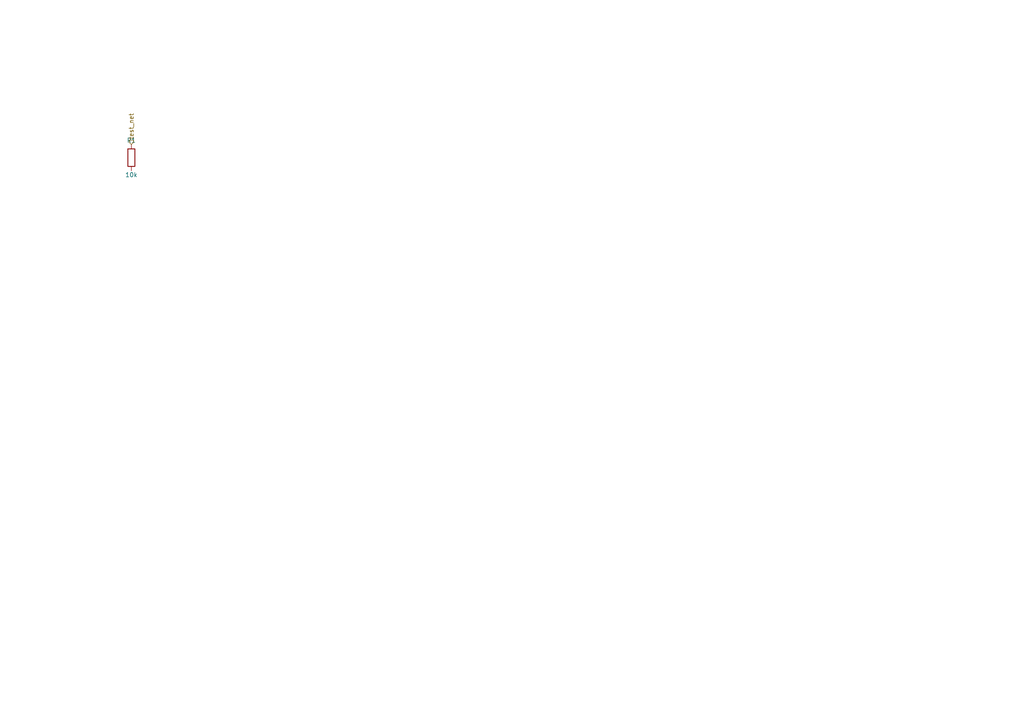
<source format=kicad_sch>
(kicad_sch (version 20250114) (generator "kicad_api") (generator_version 9.0)
  (paper A4)
  (paper A4)
  (lib_symbols
    (symbol "Device:R" (pin_numbers hide) (pin_names (offset 0.254))
      (property "Reference" "R" (at 0.0 0.0 0))
      (property "Value" "R" (at 0.0 0.0 0))
      (symbol "R_0_1"
        (rectangle (start -1.016 -2.54) (end 1.016 2.54) (stroke (width 0.254)))
      )
      (symbol "R_1_1"
        (pin passive line (at 0.0 3.81 270) (length 1.27) (name ~) (number "1"))
        (pin passive line (at 0.0 -3.81 90) (length 1.27) (name ~) (number "2"))
      )
    )
  )
  (title_block (title test_child) (date 2025-08-02) (company Circuit-Synth))
  (symbol (lib_id Device:R) (at 38.1 45.72 0)
    (property "Reference" "R1" (at 38.1 40.72 0))
    (property "Value" "10k" (at 38.1 50.72 0))
    (property "Footprint" "Resistor_SMD:R_0603_1608Metric" (effects (hide yes)))
    (instances (project "circuit" (path "" (reference R1) (unit 1))) (project "test_hierarchical_debug" (path "" (reference R1) (unit 1))))
  )
  (hierarchical_label "test_net" (shape input) (at 38.1 41.91 90))
)
</source>
